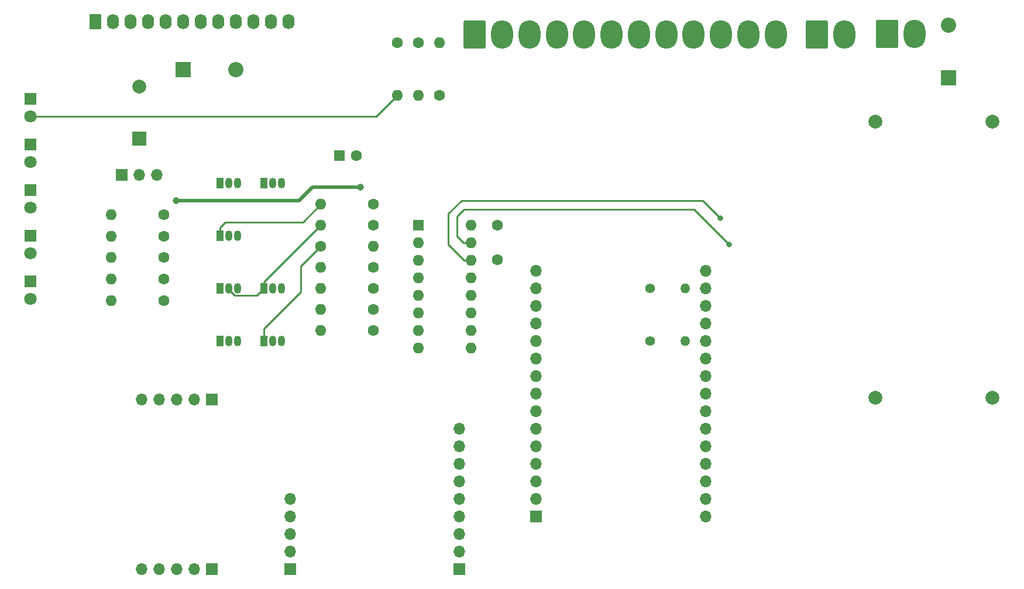
<source format=gbr>
%TF.GenerationSoftware,KiCad,Pcbnew,(6.0.2)*%
%TF.CreationDate,2022-11-16T19:52:16+00:00*%
%TF.ProjectId,greenhouse-control-unit,67726565-6e68-46f7-9573-652d636f6e74,2*%
%TF.SameCoordinates,Original*%
%TF.FileFunction,Copper,L4,Bot*%
%TF.FilePolarity,Positive*%
%FSLAX46Y46*%
G04 Gerber Fmt 4.6, Leading zero omitted, Abs format (unit mm)*
G04 Created by KiCad (PCBNEW (6.0.2)) date 2022-11-16 19:52:16*
%MOMM*%
%LPD*%
G01*
G04 APERTURE LIST*
G04 Aperture macros list*
%AMRoundRect*
0 Rectangle with rounded corners*
0 $1 Rounding radius*
0 $2 $3 $4 $5 $6 $7 $8 $9 X,Y pos of 4 corners*
0 Add a 4 corners polygon primitive as box body*
4,1,4,$2,$3,$4,$5,$6,$7,$8,$9,$2,$3,0*
0 Add four circle primitives for the rounded corners*
1,1,$1+$1,$2,$3*
1,1,$1+$1,$4,$5*
1,1,$1+$1,$6,$7*
1,1,$1+$1,$8,$9*
0 Add four rect primitives between the rounded corners*
20,1,$1+$1,$2,$3,$4,$5,0*
20,1,$1+$1,$4,$5,$6,$7,0*
20,1,$1+$1,$6,$7,$8,$9,0*
20,1,$1+$1,$8,$9,$2,$3,0*%
G04 Aperture macros list end*
%TA.AperFunction,ComponentPad*%
%ADD10O,1.700000X1.700000*%
%TD*%
%TA.AperFunction,ComponentPad*%
%ADD11R,1.700000X1.700000*%
%TD*%
%TA.AperFunction,ComponentPad*%
%ADD12C,2.000000*%
%TD*%
%TA.AperFunction,ComponentPad*%
%ADD13R,1.800000X1.800000*%
%TD*%
%TA.AperFunction,ComponentPad*%
%ADD14C,1.800000*%
%TD*%
%TA.AperFunction,ComponentPad*%
%ADD15C,1.600000*%
%TD*%
%TA.AperFunction,ComponentPad*%
%ADD16O,1.600000X1.600000*%
%TD*%
%TA.AperFunction,ComponentPad*%
%ADD17O,1.050000X1.500000*%
%TD*%
%TA.AperFunction,ComponentPad*%
%ADD18R,1.050000X1.500000*%
%TD*%
%TA.AperFunction,ComponentPad*%
%ADD19RoundRect,0.250000X-1.330000X-1.800000X1.330000X-1.800000X1.330000X1.800000X-1.330000X1.800000X0*%
%TD*%
%TA.AperFunction,ComponentPad*%
%ADD20O,3.160000X4.100000*%
%TD*%
%TA.AperFunction,ComponentPad*%
%ADD21RoundRect,0.250000X-0.620000X-0.845000X0.620000X-0.845000X0.620000X0.845000X-0.620000X0.845000X0*%
%TD*%
%TA.AperFunction,ComponentPad*%
%ADD22O,1.740000X2.190000*%
%TD*%
%TA.AperFunction,ComponentPad*%
%ADD23R,1.600000X1.600000*%
%TD*%
%TA.AperFunction,ComponentPad*%
%ADD24O,2.200000X2.200000*%
%TD*%
%TA.AperFunction,ComponentPad*%
%ADD25R,2.200000X2.200000*%
%TD*%
%TA.AperFunction,ComponentPad*%
%ADD26R,2.000000X2.000000*%
%TD*%
%TA.AperFunction,ComponentPad*%
%ADD27O,1.400000X1.400000*%
%TD*%
%TA.AperFunction,ComponentPad*%
%ADD28C,1.400000*%
%TD*%
%TA.AperFunction,ViaPad*%
%ADD29C,0.800000*%
%TD*%
%TA.AperFunction,ViaPad*%
%ADD30C,1.000000*%
%TD*%
%TA.AperFunction,Conductor*%
%ADD31C,0.500000*%
%TD*%
%TA.AperFunction,Conductor*%
%ADD32C,0.250000*%
%TD*%
G04 APERTURE END LIST*
D10*
%TO.P,J10,30,D23*%
%TO.N,/MOSI*%
X175660000Y-85598000D03*
%TO.P,J10,29,D22*%
%TO.N,/I2C_SCL*%
X175660000Y-88138000D03*
%TO.P,J10,28,TXD*%
%TO.N,unconnected-(J10-Pad28)*%
X175660000Y-90678000D03*
%TO.P,J10,27,RXD*%
%TO.N,unconnected-(J10-Pad27)*%
X175660000Y-93218000D03*
%TO.P,J10,26,D21*%
%TO.N,/I2C_SDA*%
X175660000Y-95758000D03*
%TO.P,J10,25,D19*%
%TO.N,/MISO*%
X175660000Y-98298000D03*
%TO.P,J10,24,D18*%
%TO.N,/SCLK*%
X175660000Y-100838000D03*
%TO.P,J10,23,D5*%
%TO.N,/RFM95_CS*%
X175660000Y-103378000D03*
%TO.P,J10,22,TX2*%
%TO.N,unconnected-(J10-Pad22)*%
X175660000Y-105918000D03*
%TO.P,J10,21,RX2*%
%TO.N,unconnected-(J10-Pad21)*%
X175660000Y-108458000D03*
%TO.P,J10,20,D4*%
%TO.N,/RFM95_IRQ*%
X175660000Y-110998000D03*
%TO.P,J10,19,D2*%
%TO.N,unconnected-(J10-Pad19)*%
X175660000Y-113538000D03*
%TO.P,J10,18,D15*%
%TO.N,unconnected-(J10-Pad18)*%
X175660000Y-116078000D03*
%TO.P,J10,17,GND*%
%TO.N,unconnected-(J10-Pad17)*%
X175660000Y-118618000D03*
%TO.P,J10,16,3V3*%
%TO.N,+3V3*%
X175660000Y-121158000D03*
%TO.P,J10,15,EN*%
%TO.N,unconnected-(J10-Pad15)*%
X151130000Y-85598000D03*
%TO.P,J10,14,VP*%
%TO.N,unconnected-(J10-Pad14)*%
X151130000Y-88138000D03*
%TO.P,J10,13,VN*%
%TO.N,unconnected-(J10-Pad13)*%
X151130000Y-90678000D03*
%TO.P,J10,12,D34*%
%TO.N,/VSense*%
X151130000Y-93218000D03*
%TO.P,J10,11,D35*%
%TO.N,unconnected-(J10-Pad11)*%
X151130000Y-95758000D03*
%TO.P,J10,10,D32*%
%TO.N,unconnected-(J10-Pad10)*%
X151130000Y-98298000D03*
%TO.P,J10,9,D33*%
%TO.N,unconnected-(J10-Pad9)*%
X151130000Y-100838000D03*
%TO.P,J10,8,D25*%
%TO.N,unconnected-(J10-Pad8)*%
X151130000Y-103378000D03*
%TO.P,J10,7,D26*%
%TO.N,unconnected-(J10-Pad7)*%
X151130000Y-105918000D03*
%TO.P,J10,6,D27*%
%TO.N,/HC12_TX*%
X151130000Y-108458000D03*
%TO.P,J10,5,D14*%
%TO.N,/HC12_RX*%
X151130000Y-110998000D03*
%TO.P,J10,4,D12*%
%TO.N,unconnected-(J10-Pad4)*%
X151130000Y-113538000D03*
%TO.P,J10,3,D13*%
%TO.N,unconnected-(J10-Pad3)*%
X151130000Y-116078000D03*
%TO.P,J10,2,GND*%
%TO.N,unconnected-(J10-Pad2)*%
X151130000Y-118618000D03*
D11*
%TO.P,J10,1,VIN_5V*%
%TO.N,+5V*%
X151130000Y-121158000D03*
%TD*%
D10*
%TO.P,J3,3,Pin_3*%
%TO.N,unconnected-(J3-Pad3)*%
X96226800Y-71729600D03*
%TO.P,J3,2,Pin_2*%
%TO.N,Net-(BZ1-Pad1)*%
X93686800Y-71729600D03*
D11*
%TO.P,J3,1,Pin_1*%
%TO.N,Net-(J3-Pad1)*%
X91146800Y-71729600D03*
%TD*%
D12*
%TO.P,J6,1,Pin_1*%
%TO.N,GND*%
X200170000Y-104008000D03*
%TD*%
D13*
%TO.P,D4,1,K*%
%TO.N,GND*%
X77978000Y-60706000D03*
D14*
%TO.P,D4,2,A*%
%TO.N,Net-(D4-Pad2)*%
X77978000Y-63246000D03*
%TD*%
D12*
%TO.P,J5,1,Pin_1*%
%TO.N,/Buck+12V*%
X217170000Y-64008000D03*
%TD*%
%TO.P,J4,1,Pin_1*%
%TO.N,+5V*%
X217170000Y-104008000D03*
%TD*%
D14*
%TO.P,D3,2,A*%
%TO.N,Net-(D3-Pad2)*%
X77978000Y-83058000D03*
D13*
%TO.P,D3,1,K*%
%TO.N,/IO_PsuLed*%
X77978000Y-80518000D03*
%TD*%
D15*
%TO.P,R16,1*%
%TO.N,Net-(Q6-Pad1)*%
X119989600Y-82092800D03*
D16*
%TO.P,R16,2*%
%TO.N,+5V*%
X127609600Y-82092800D03*
%TD*%
D10*
%TO.P,J12,5,Pin_5*%
%TO.N,unconnected-(J12-Pad5)*%
X94017000Y-128769000D03*
%TO.P,J12,4,Pin_4*%
%TO.N,unconnected-(J12-Pad4)*%
X96557000Y-128769000D03*
%TO.P,J12,3,Pin_3*%
%TO.N,unconnected-(J12-Pad3)*%
X99097000Y-128769000D03*
%TO.P,J12,2,Pin_2*%
%TO.N,unconnected-(J12-Pad2)*%
X101637000Y-128769000D03*
D11*
%TO.P,J12,1,Pin_1*%
%TO.N,unconnected-(J12-Pad1)*%
X104177000Y-128769000D03*
%TD*%
D17*
%TO.P,Q1,3,E*%
%TO.N,GND*%
X114300000Y-88138000D03*
%TO.P,Q1,2,B*%
%TO.N,Net-(Q1-Pad2)*%
X113030000Y-88138000D03*
D18*
%TO.P,Q1,1,C*%
%TO.N,Net-(C1-Pad1)*%
X111760000Y-88138000D03*
%TD*%
D16*
%TO.P,R1,2*%
%TO.N,Net-(Q1-Pad2)*%
X119989600Y-91236800D03*
D15*
%TO.P,R1,1*%
%TO.N,/IO_Beep*%
X127609600Y-91236800D03*
%TD*%
D16*
%TO.P,R9,2*%
%TO.N,/VSense*%
X134112000Y-60198000D03*
D15*
%TO.P,R9,1*%
%TO.N,+12V*%
X134112000Y-52578000D03*
%TD*%
%TO.P,C2,2*%
%TO.N,GND*%
X145542000Y-83994000D03*
%TO.P,C2,1*%
%TO.N,+3V3*%
X145542000Y-78994000D03*
%TD*%
D19*
%TO.P,J1,1,Pin_1*%
%TO.N,+12V*%
X201930000Y-51308000D03*
D20*
%TO.P,J1,2,Pin_2*%
%TO.N,GND*%
X205890000Y-51308000D03*
%TD*%
D21*
%TO.P,J14,1,Pin_1*%
%TO.N,+5V*%
X87376000Y-49530000D03*
D22*
%TO.P,J14,2,Pin_2*%
%TO.N,/CaseFan_Sink*%
X89916000Y-49530000D03*
%TO.P,J14,3,Pin_3*%
%TO.N,+12V*%
X92456000Y-49530000D03*
%TO.P,J14,4,Pin_4*%
%TO.N,GND*%
X94996000Y-49530000D03*
%TO.P,J14,5,Pin_5*%
%TO.N,/PsuRelayNC_IN*%
X97536000Y-49530000D03*
%TO.P,J14,6,Pin_6*%
%TO.N,/BattRelayNC_A*%
X100076000Y-49530000D03*
%TO.P,J14,7,Pin_7*%
%TO.N,GND*%
X102616000Y-49530000D03*
%TO.P,J14,8,Pin_8*%
%TO.N,unconnected-(J14-Pad8)*%
X105156000Y-49530000D03*
%TO.P,J14,9,Pin_9*%
%TO.N,/I2C_SCL*%
X107696000Y-49530000D03*
%TO.P,J14,10,Pin_10*%
%TO.N,/I2C_SDA*%
X110236000Y-49530000D03*
%TO.P,J14,11,Pin_11*%
%TO.N,+3V3*%
X112776000Y-49530000D03*
%TO.P,J14,12,Pin_12*%
%TO.N,GND*%
X115316000Y-49530000D03*
%TD*%
D15*
%TO.P,R10,1*%
%TO.N,/VSense*%
X137160000Y-60198000D03*
D16*
%TO.P,R10,2*%
%TO.N,GND*%
X137160000Y-52578000D03*
%TD*%
%TO.P,R3,2*%
%TO.N,Net-(C1-Pad1)*%
X119989600Y-79044800D03*
D15*
%TO.P,R3,1*%
%TO.N,+5V*%
X127609600Y-79044800D03*
%TD*%
D17*
%TO.P,Q7,3,E*%
%TO.N,GND*%
X107950000Y-95758000D03*
%TO.P,Q7,2,B*%
%TO.N,Net-(Q6-Pad3)*%
X106680000Y-95758000D03*
D18*
%TO.P,Q7,1,C*%
%TO.N,/CaseFan_Sink*%
X105410000Y-95758000D03*
%TD*%
D15*
%TO.P,C1,2*%
%TO.N,GND*%
X125142621Y-68961000D03*
D23*
%TO.P,C1,1*%
%TO.N,Net-(C1-Pad1)*%
X122642621Y-68961000D03*
%TD*%
D12*
%TO.P,J7,1,Pin_1*%
%TO.N,GND*%
X200170000Y-64008000D03*
%TD*%
D13*
%TO.P,D7,1,K*%
%TO.N,/CaseFan_Sink*%
X77978000Y-87117000D03*
D14*
%TO.P,D7,2,A*%
%TO.N,Net-(D7-Pad2)*%
X77978000Y-89657000D03*
%TD*%
D24*
%TO.P,D6,2,A*%
%TO.N,+12V*%
X210820000Y-50038000D03*
D25*
%TO.P,D6,1,K*%
%TO.N,/Buck+12V*%
X210820000Y-57658000D03*
%TD*%
D10*
%TO.P,J11,5,Pin_5*%
%TO.N,/HC12_SET*%
X94017000Y-104278000D03*
%TO.P,J11,4,Pin_4*%
%TO.N,/HC12_TX*%
X96557000Y-104278000D03*
%TO.P,J11,3,Pin_3*%
%TO.N,/HC12_RX*%
X99097000Y-104278000D03*
%TO.P,J11,2,Pin_2*%
%TO.N,GND*%
X101637000Y-104278000D03*
D11*
%TO.P,J11,1,Pin_1*%
%TO.N,+3V3*%
X104177000Y-104278000D03*
%TD*%
D16*
%TO.P,R17,2*%
%TO.N,Net-(D7-Pad2)*%
X89662000Y-89916000D03*
D15*
%TO.P,R17,1*%
%TO.N,+5V*%
X97282000Y-89916000D03*
%TD*%
D18*
%TO.P,Q2,1,C*%
%TO.N,/PsuRelayNC_IN*%
X105410000Y-80518000D03*
D17*
%TO.P,Q2,2,B*%
%TO.N,Net-(Q2-Pad2)*%
X106680000Y-80518000D03*
%TO.P,Q2,3,E*%
%TO.N,GND*%
X107950000Y-80518000D03*
%TD*%
%TO.P,Q6,3,E*%
%TO.N,Net-(Q6-Pad3)*%
X114249200Y-95758000D03*
%TO.P,Q6,2,B*%
%TO.N,Net-(Q6-Pad2)*%
X112979200Y-95758000D03*
D18*
%TO.P,Q6,1,C*%
%TO.N,Net-(Q6-Pad1)*%
X111709200Y-95758000D03*
%TD*%
D23*
%TO.P,U1,1,A0*%
%TO.N,GND*%
X134112000Y-78994000D03*
D16*
%TO.P,U1,2,A1*%
X134112000Y-81534000D03*
%TO.P,U1,3,A2*%
X134112000Y-84074000D03*
%TO.P,U1,4,P0*%
%TO.N,/IO_Batt_EN*%
X134112000Y-86614000D03*
%TO.P,U1,5,P1*%
%TO.N,/IO_PsuRelay_EN*%
X134112000Y-89154000D03*
%TO.P,U1,6,P2*%
%TO.N,/IO_Beep*%
X134112000Y-91694000D03*
%TO.P,U1,7,P3*%
%TO.N,/IO_CaseFan_EN*%
X134112000Y-94234000D03*
%TO.P,U1,8,VSS*%
%TO.N,GND*%
X134112000Y-96774000D03*
%TO.P,U1,9,P4*%
%TO.N,/IO_BatteryLed*%
X141732000Y-96774000D03*
%TO.P,U1,10,P5*%
%TO.N,/IO_PsuLed*%
X141732000Y-94234000D03*
%TO.P,U1,11,P6*%
%TO.N,unconnected-(U1-Pad11)*%
X141732000Y-91694000D03*
%TO.P,U1,12,P7*%
%TO.N,unconnected-(U1-Pad12)*%
X141732000Y-89154000D03*
%TO.P,U1,13,~{INT}*%
%TO.N,unconnected-(U1-Pad13)*%
X141732000Y-86614000D03*
%TO.P,U1,14,SCL*%
%TO.N,/I2C_SCL*%
X141732000Y-84074000D03*
%TO.P,U1,15,SDA*%
%TO.N,/I2C_SDA*%
X141732000Y-81534000D03*
%TO.P,U1,16,VDD*%
%TO.N,+3V3*%
X141732000Y-78994000D03*
%TD*%
D11*
%TO.P,J8,1,Pin_1*%
%TO.N,+3V3*%
X140030600Y-128803800D03*
D10*
%TO.P,J8,2,Pin_2*%
%TO.N,GND*%
X140030600Y-126263800D03*
%TO.P,J8,3,Pin_3*%
%TO.N,/RFM95_EN*%
X140030600Y-123723800D03*
%TO.P,J8,4,Pin_4*%
%TO.N,/RFM95_IRQ*%
X140030600Y-121183800D03*
%TO.P,J8,5,Pin_5*%
%TO.N,/SCLK*%
X140030600Y-118643800D03*
%TO.P,J8,6,Pin_6*%
%TO.N,/MISO*%
X140030600Y-116103800D03*
%TO.P,J8,7,Pin_7*%
%TO.N,/MOSI*%
X140030600Y-113563800D03*
%TO.P,J8,8,Pin_8*%
%TO.N,/RFM95_CS*%
X140030600Y-111023800D03*
%TO.P,J8,9,Pin_9*%
%TO.N,/RFM95_RST*%
X140030600Y-108483800D03*
%TD*%
D12*
%TO.P,BZ1,2,+*%
%TO.N,Net-(BZ1-Pad2)*%
X93675200Y-58928000D03*
D26*
%TO.P,BZ1,1,-*%
%TO.N,Net-(BZ1-Pad1)*%
X93675200Y-66528000D03*
%TD*%
D18*
%TO.P,Q4,1,C*%
%TO.N,Net-(Q4-Pad1)*%
X111760000Y-72898000D03*
D17*
%TO.P,Q4,2,B*%
%TO.N,+3V3*%
X113030000Y-72898000D03*
%TO.P,Q4,3,E*%
%TO.N,Net-(Q4-Pad3)*%
X114300000Y-72898000D03*
%TD*%
D16*
%TO.P,R5,2*%
%TO.N,/PsuRelayNC_IN*%
X119989600Y-75996800D03*
D15*
%TO.P,R5,1*%
%TO.N,+5V*%
X127609600Y-75996800D03*
%TD*%
D27*
%TO.P,R13,2*%
%TO.N,/I2C_SCL*%
X172720000Y-88138000D03*
D28*
%TO.P,R13,1*%
%TO.N,+3V3*%
X167640000Y-88138000D03*
%TD*%
D27*
%TO.P,R14,2*%
%TO.N,/I2C_SDA*%
X172720000Y-95758000D03*
D28*
%TO.P,R14,1*%
%TO.N,+3V3*%
X167640000Y-95758000D03*
%TD*%
D16*
%TO.P,R12,2*%
%TO.N,Net-(D4-Pad2)*%
X131064000Y-60198000D03*
D15*
%TO.P,R12,1*%
%TO.N,+12V*%
X131064000Y-52578000D03*
%TD*%
D11*
%TO.P,J9,1,Pin_1*%
%TO.N,unconnected-(J9-Pad1)*%
X115570000Y-128798800D03*
D10*
%TO.P,J9,2,Pin_2*%
%TO.N,unconnected-(J9-Pad2)*%
X115570000Y-126258800D03*
%TO.P,J9,3,Pin_3*%
%TO.N,unconnected-(J9-Pad3)*%
X115570000Y-123718800D03*
%TO.P,J9,4,Pin_4*%
%TO.N,unconnected-(J9-Pad4)*%
X115570000Y-121178800D03*
%TO.P,J9,5,Pin_5*%
%TO.N,unconnected-(J9-Pad5)*%
X115570000Y-118638800D03*
%TD*%
D16*
%TO.P,R15,2*%
%TO.N,Net-(Q6-Pad2)*%
X119989600Y-94284800D03*
D15*
%TO.P,R15,1*%
%TO.N,/IO_CaseFan_EN*%
X127609600Y-94284800D03*
%TD*%
D17*
%TO.P,Q3,3,E*%
%TO.N,GND*%
X107950000Y-88138000D03*
%TO.P,Q3,2,B*%
%TO.N,Net-(C1-Pad1)*%
X106680000Y-88138000D03*
D18*
%TO.P,Q3,1,C*%
%TO.N,Net-(BZ1-Pad2)*%
X105410000Y-88138000D03*
%TD*%
D19*
%TO.P,J2,1,Pin_1*%
%TO.N,+12V*%
X191770000Y-51413000D03*
D20*
%TO.P,J2,2,Pin_2*%
%TO.N,GND*%
X195730000Y-51413000D03*
%TD*%
D16*
%TO.P,R7,2*%
%TO.N,Net-(D2-Pad2)*%
X89662000Y-83718400D03*
D15*
%TO.P,R7,1*%
%TO.N,+5V*%
X97282000Y-83718400D03*
%TD*%
D13*
%TO.P,D1,1,K*%
%TO.N,Net-(BZ1-Pad2)*%
X77978000Y-67310000D03*
D14*
%TO.P,D1,2,A*%
%TO.N,Net-(D1-Pad2)*%
X77978000Y-69850000D03*
%TD*%
D16*
%TO.P,R2,2*%
%TO.N,Net-(Q2-Pad2)*%
X119989600Y-88188800D03*
D15*
%TO.P,R2,1*%
%TO.N,/IO_PsuRelay_EN*%
X127609600Y-88188800D03*
%TD*%
D16*
%TO.P,R8,2*%
%TO.N,Net-(Q4-Pad3)*%
X119989600Y-85140800D03*
D15*
%TO.P,R8,1*%
%TO.N,/IO_Batt_EN*%
X127609600Y-85140800D03*
%TD*%
D16*
%TO.P,R6,2*%
%TO.N,Net-(J3-Pad1)*%
X89662000Y-77520800D03*
D15*
%TO.P,R6,1*%
%TO.N,+5V*%
X97282000Y-77520800D03*
%TD*%
D14*
%TO.P,D2,2,A*%
%TO.N,Net-(D2-Pad2)*%
X77978000Y-76454000D03*
D13*
%TO.P,D2,1,K*%
%TO.N,/IO_BatteryLed*%
X77978000Y-73914000D03*
%TD*%
D24*
%TO.P,D5,2,A*%
%TO.N,GND*%
X107696000Y-56515000D03*
D25*
%TO.P,D5,1,K*%
%TO.N,/BattRelayNC_A*%
X100076000Y-56515000D03*
%TD*%
D19*
%TO.P,J13,1,Pin_1*%
%TO.N,+12V*%
X142240000Y-51413000D03*
D20*
%TO.P,J13,2,Pin_2*%
%TO.N,GND*%
X146200000Y-51413000D03*
%TO.P,J13,3,Pin_3*%
%TO.N,+12V*%
X150160000Y-51413000D03*
%TO.P,J13,4,Pin_4*%
%TO.N,GND*%
X154120000Y-51413000D03*
%TO.P,J13,5,Pin_5*%
%TO.N,+12V*%
X158080000Y-51413000D03*
%TO.P,J13,6,Pin_6*%
%TO.N,GND*%
X162040000Y-51413000D03*
%TO.P,J13,7,Pin_7*%
%TO.N,+12V*%
X166000000Y-51413000D03*
%TO.P,J13,8,Pin_8*%
%TO.N,GND*%
X169960000Y-51413000D03*
%TO.P,J13,9,Pin_9*%
%TO.N,+12V*%
X173920000Y-51413000D03*
%TO.P,J13,10,Pin_10*%
%TO.N,GND*%
X177880000Y-51413000D03*
%TO.P,J13,11,Pin_11*%
%TO.N,+12V*%
X181840000Y-51413000D03*
%TO.P,J13,12,Pin_12*%
%TO.N,GND*%
X185800000Y-51413000D03*
%TD*%
D16*
%TO.P,R4,2*%
%TO.N,Net-(D1-Pad2)*%
X89662000Y-80619600D03*
D15*
%TO.P,R4,1*%
%TO.N,+5V*%
X97282000Y-80619600D03*
%TD*%
D18*
%TO.P,Q5,1,E*%
%TO.N,+12V*%
X105410000Y-72898000D03*
D17*
%TO.P,Q5,2,B*%
%TO.N,Net-(Q4-Pad1)*%
X106680000Y-72898000D03*
%TO.P,Q5,3,C*%
%TO.N,/BattRelayNC_A*%
X107950000Y-72898000D03*
%TD*%
D16*
%TO.P,R11,2*%
%TO.N,Net-(D3-Pad2)*%
X89662000Y-86817200D03*
D15*
%TO.P,R11,1*%
%TO.N,+5V*%
X97282000Y-86817200D03*
%TD*%
D29*
%TO.N,/I2C_SDA*%
X179070000Y-81788000D03*
%TO.N,/I2C_SCL*%
X177800000Y-77978000D03*
D30*
%TO.N,+5V*%
X125730000Y-73533000D03*
X99060000Y-75438000D03*
%TD*%
D31*
%TO.N,+5V*%
X118745000Y-73533000D02*
X125730000Y-73533000D01*
X116840000Y-75438000D02*
X118745000Y-73533000D01*
X99060000Y-75438000D02*
X116840000Y-75438000D01*
D32*
%TO.N,/I2C_SDA*%
X139700000Y-77724000D02*
X139700000Y-80645000D01*
X140716000Y-76708000D02*
X139700000Y-77724000D01*
X140589000Y-81534000D02*
X141732000Y-81534000D01*
X173990000Y-76708000D02*
X140716000Y-76708000D01*
X139700000Y-80645000D02*
X140589000Y-81534000D01*
X179070000Y-81788000D02*
X173990000Y-76708000D01*
%TO.N,/I2C_SCL*%
X140716000Y-84074000D02*
X141732000Y-84074000D01*
X138430000Y-77343000D02*
X138430000Y-81788000D01*
X140335000Y-75438000D02*
X138430000Y-77343000D01*
X175260000Y-75438000D02*
X140335000Y-75438000D01*
X177800000Y-77978000D02*
X175260000Y-75438000D01*
X138430000Y-81788000D02*
X140716000Y-84074000D01*
%TO.N,/PsuRelayNC_IN*%
X105410000Y-79375000D02*
X105410000Y-80293000D01*
X117373400Y-78613000D02*
X106172000Y-78613000D01*
X119989600Y-75996800D02*
X117373400Y-78613000D01*
X106172000Y-78613000D02*
X105410000Y-79375000D01*
%TO.N,Net-(D4-Pad2)*%
X128016000Y-63246000D02*
X77978000Y-63246000D01*
X131064000Y-60198000D02*
X128016000Y-63246000D01*
%TO.N,Net-(C1-Pad1)*%
X119989600Y-79044800D02*
X111760000Y-87274400D01*
X110685480Y-89212520D02*
X111760000Y-88138000D01*
X111760000Y-87274400D02*
X111760000Y-88138000D01*
X106680000Y-88363000D02*
X107529520Y-89212520D01*
X107529520Y-89212520D02*
X110685480Y-89212520D01*
%TO.N,Net-(Q6-Pad1)*%
X117094000Y-84988400D02*
X117094000Y-88646000D01*
X119989600Y-82092800D02*
X117094000Y-84988400D01*
X111709200Y-94030800D02*
X111709200Y-95758000D01*
X117094000Y-88646000D02*
X111709200Y-94030800D01*
%TD*%
M02*

</source>
